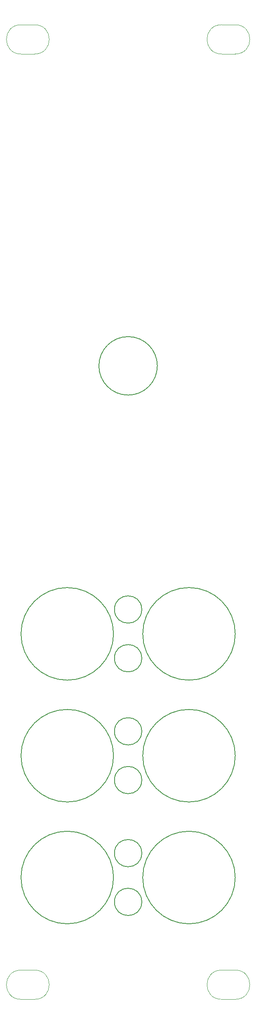
<source format=gbr>
G04 #@! TF.GenerationSoftware,KiCad,Pcbnew,6.0.9-8da3e8f707~116~ubuntu22.04.1*
G04 #@! TF.CreationDate,2022-11-08T11:41:20-05:00*
G04 #@! TF.ProjectId,clock_panel,636c6f63-6b5f-4706-916e-656c2e6b6963,rev?*
G04 #@! TF.SameCoordinates,Original*
G04 #@! TF.FileFunction,Other,Comment*
%FSLAX46Y46*%
G04 Gerber Fmt 4.6, Leading zero omitted, Abs format (unit mm)*
G04 Created by KiCad (PCBNEW 6.0.9-8da3e8f707~116~ubuntu22.04.1) date 2022-11-08 11:41:20*
%MOMM*%
%LPD*%
G01*
G04 APERTURE LIST*
%ADD10C,0.120000*%
%ADD11C,0.150000*%
G04 APERTURE END LIST*
D10*
G04 #@! TO.C,H10*
X63100000Y-13600000D02*
X60300000Y-13600000D01*
X63100000Y-201600000D02*
X60300000Y-201600000D01*
X63100000Y-7600000D02*
X60300000Y-7600000D01*
X63100000Y-207600000D02*
X60300000Y-207600000D01*
X63100000Y-13600000D02*
G75*
G03*
X63100000Y-7600000I0J3000000D01*
G01*
X60300000Y-7600000D02*
G75*
G03*
X60300000Y-13600000I0J-3000000D01*
G01*
X60300000Y-201600000D02*
G75*
G03*
X60300000Y-207600000I0J-3000000D01*
G01*
X63100000Y-207600000D02*
G75*
G03*
X63100000Y-201600000I0J3000000D01*
G01*
D11*
G04 #@! TO.C,H8*
X43900000Y-152600000D02*
G75*
G03*
X43900000Y-152600000I-2800000J0D01*
G01*
G04 #@! TO.C,H5*
X38100000Y-132600000D02*
G75*
G03*
X38100000Y-132600000I-9500000J0D01*
G01*
G04 #@! TO.C,H6*
X63100000Y-132600000D02*
G75*
G03*
X63100000Y-132600000I-9500000J0D01*
G01*
G04 #@! TO.C,H1*
X38100000Y-157600000D02*
G75*
G03*
X38100000Y-157600000I-9500000J0D01*
G01*
D10*
G04 #@! TO.C,H7*
X19100000Y-7600000D02*
X21900000Y-7600000D01*
X19100000Y-13600000D02*
X21900000Y-13600000D01*
X19100000Y-207600000D02*
X21900000Y-207600000D01*
X19100000Y-201600000D02*
X21900000Y-201600000D01*
X19100000Y-201600000D02*
G75*
G03*
X19100000Y-207600000I0J-3000000D01*
G01*
X19100000Y-7600000D02*
G75*
G03*
X19100000Y-13600000I0J-3000000D01*
G01*
X21900000Y-13600000D02*
G75*
G03*
X21900000Y-7600000I0J3000000D01*
G01*
X21900000Y-207600000D02*
G75*
G03*
X21900000Y-201600000I0J3000000D01*
G01*
D11*
G04 #@! TO.C,H9*
X43900000Y-127600000D02*
G75*
G03*
X43900000Y-127600000I-2800000J0D01*
G01*
G04 #@! TO.C,H2*
X38100000Y-182600000D02*
G75*
G03*
X38100000Y-182600000I-9500000J0D01*
G01*
G04 #@! TO.C,H3*
X63100000Y-157600000D02*
G75*
G03*
X63100000Y-157600000I-9500000J0D01*
G01*
G04 #@! TO.C,H4*
X63100000Y-182600000D02*
G75*
G03*
X63100000Y-182600000I-9500000J0D01*
G01*
G04 #@! TO.C,H12*
X47100000Y-77600000D02*
G75*
G03*
X47100000Y-77600000I-6000000J0D01*
G01*
G04 #@! TO.C,H11*
X43900000Y-137600000D02*
G75*
G03*
X43900000Y-137600000I-2800000J0D01*
G01*
G04 #@! TO.C,H13*
X43900000Y-162600000D02*
G75*
G03*
X43900000Y-162600000I-2800000J0D01*
G01*
G04 #@! TO.C,H14*
X43900000Y-177600000D02*
G75*
G03*
X43900000Y-177600000I-2800000J0D01*
G01*
G04 #@! TO.C,H15*
X43900000Y-187600000D02*
G75*
G03*
X43900000Y-187600000I-2800000J0D01*
G01*
G04 #@! TD*
M02*

</source>
